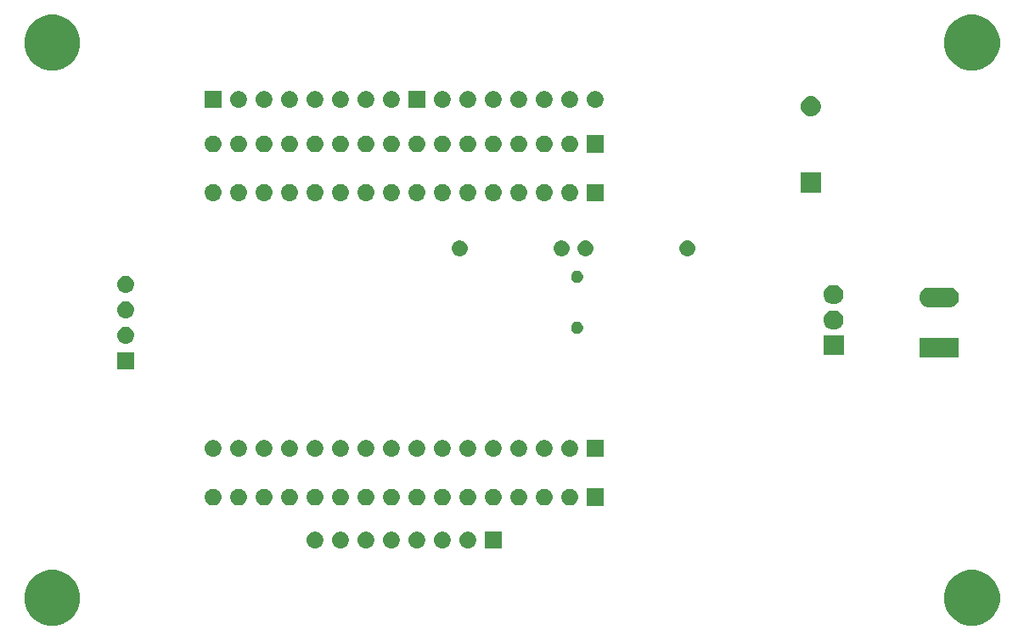
<source format=gbr>
%TF.GenerationSoftware,Flux,Pcbnew,7.0.11-7.0.11~ubuntu20.04.1*%
%TF.CreationDate,2025-03-04T17:49:28+00:00*%
%TF.ProjectId,input,696e7075-742e-46b6-9963-61645f706362,rev?*%
%TF.SameCoordinates,Original*%
%TF.FileFunction,Soldermask,Bot*%
%TF.FilePolarity,Negative*%
%FSLAX46Y46*%
G04 Gerber Fmt 4.6, Leading zero omitted, Abs format (unit mm)*
G04 Filename: balance-board-2*
G04 Build it with Flux! Visit our site at: https://www.flux.ai (PCBNEW 7.0.11-7.0.11~ubuntu20.04.1) date 2025-03-04 17:49:28*
%MOMM*%
%LPD*%
G01*
G04 APERTURE LIST*
G04 APERTURE END LIST*
%TO.C,*%
G36*
X-19164620Y18590369D02*
G01*
X-18972453Y18479422D01*
X-18815550Y18322519D01*
X-18704603Y18130353D01*
X-18647172Y17916020D01*
X-18647172Y17694125D01*
X-18704602Y17479791D01*
X-18815549Y17287625D01*
X-18972452Y17130722D01*
X-19164618Y17019774D01*
X-19378952Y16962343D01*
X-19600846Y16962343D01*
X-19815180Y17019774D01*
X-20007347Y17130721D01*
X-20164250Y17287624D01*
X-20275197Y17479790D01*
X-20332628Y17694123D01*
X-20332628Y17916018D01*
X-20275198Y18130352D01*
X-20164251Y18322518D01*
X-20007348Y18479421D01*
X-19815182Y18590369D01*
X-19600848Y18647800D01*
X-19378954Y18647800D01*
X-19164620Y18590369D01*
G37*
G36*
X-14084620Y18590375D02*
G01*
X-13892453Y18479428D01*
X-13735550Y18322525D01*
X-13624603Y18130358D01*
X-13567172Y17916025D01*
X-13567172Y17694130D01*
X-13624602Y17479797D01*
X-13735549Y17287630D01*
X-13892452Y17130727D01*
X-14084618Y17019779D01*
X-14298952Y16962349D01*
X-14520846Y16962348D01*
X-14735180Y17019779D01*
X-14927347Y17130726D01*
X-15084250Y17287629D01*
X-15195197Y17479795D01*
X-15252628Y17694129D01*
X-15252628Y17916023D01*
X-15195198Y18130357D01*
X-15084251Y18322523D01*
X-14927348Y18479427D01*
X-14735182Y18590374D01*
X-14520848Y18647805D01*
X-14298954Y18647805D01*
X-14084620Y18590375D01*
G37*
G36*
X3695380Y18590393D02*
G01*
X3887547Y18479446D01*
X4044450Y18322543D01*
X4155397Y18130377D01*
X4212828Y17916043D01*
X4212828Y17694148D01*
X4155398Y17479815D01*
X4044451Y17287648D01*
X3887548Y17130745D01*
X3695382Y17019798D01*
X3481048Y16962367D01*
X3259154Y16962367D01*
X3044820Y17019797D01*
X2852653Y17130744D01*
X2695750Y17287647D01*
X2584803Y17479813D01*
X2527372Y17694147D01*
X2527372Y17916041D01*
X2584802Y18130375D01*
X2695749Y18322541D01*
X2852652Y18479445D01*
X3044818Y18590392D01*
X3259152Y18647823D01*
X3481046Y18647823D01*
X3695380Y18590393D01*
G37*
G36*
X-26784620Y18590362D02*
G01*
X-26592453Y18479415D01*
X-26435550Y18322512D01*
X-26324603Y18130345D01*
X-26267172Y17916012D01*
X-26267172Y17694117D01*
X-26324602Y17479784D01*
X-26435549Y17287617D01*
X-26592452Y17130714D01*
X-26784618Y17019766D01*
X-26998952Y16962336D01*
X-27220846Y16962335D01*
X-27435180Y17019766D01*
X-27627347Y17130713D01*
X-27784250Y17287616D01*
X-27895197Y17479782D01*
X-27952628Y17694116D01*
X-27952628Y17916010D01*
X-27895198Y18130344D01*
X-27784251Y18322510D01*
X-27627348Y18479414D01*
X-27435182Y18590361D01*
X-27220848Y18647792D01*
X-26998954Y18647792D01*
X-26784620Y18590362D01*
G37*
G36*
X-1384620Y18590388D02*
G01*
X-1192453Y18479441D01*
X-1035550Y18322538D01*
X-924603Y18130371D01*
X-867172Y17916038D01*
X-867172Y17694143D01*
X-924602Y17479810D01*
X-1035549Y17287643D01*
X-1192452Y17130740D01*
X-1384618Y17019792D01*
X-1598952Y16962362D01*
X-1820846Y16962361D01*
X-2035180Y17019792D01*
X-2227347Y17130739D01*
X-2384250Y17287642D01*
X-2495197Y17479808D01*
X-2552628Y17694142D01*
X-2552628Y17916036D01*
X-2495198Y18130370D01*
X-2384251Y18322536D01*
X-2227348Y18479439D01*
X-2035182Y18590387D01*
X-1820848Y18647818D01*
X-1598954Y18647818D01*
X-1384620Y18590388D01*
G37*
G36*
X6235380Y18590395D02*
G01*
X6427547Y18479448D01*
X6584450Y18322545D01*
X6695397Y18130379D01*
X6752828Y17916046D01*
X6752828Y17694151D01*
X6695398Y17479817D01*
X6584451Y17287651D01*
X6427548Y17130748D01*
X6235382Y17019800D01*
X6021048Y16962369D01*
X5799154Y16962369D01*
X5584820Y17019799D01*
X5392653Y17130747D01*
X5235750Y17287650D01*
X5124803Y17479816D01*
X5067372Y17694149D01*
X5067372Y17916044D01*
X5124802Y18130378D01*
X5235749Y18322544D01*
X5392652Y18479447D01*
X5584818Y18590395D01*
X5799152Y18647825D01*
X6021046Y18647826D01*
X6235380Y18590395D01*
G37*
G36*
X-24244620Y18590364D02*
G01*
X-24052453Y18479417D01*
X-23895550Y18322514D01*
X-23784603Y18130348D01*
X-23727172Y17916014D01*
X-23727172Y17694120D01*
X-23784602Y17479786D01*
X-23895549Y17287620D01*
X-24052452Y17130717D01*
X-24244618Y17019769D01*
X-24458952Y16962338D01*
X-24680846Y16962338D01*
X-24895180Y17019768D01*
X-25087347Y17130715D01*
X-25244250Y17287618D01*
X-25355197Y17479785D01*
X-25412628Y17694118D01*
X-25412628Y17916013D01*
X-25355198Y18130346D01*
X-25244251Y18322513D01*
X-25087348Y18479416D01*
X-24895182Y18590364D01*
X-24680848Y18647794D01*
X-24458954Y18647795D01*
X-24244620Y18590364D01*
G37*
G36*
X-3924620Y18590385D02*
G01*
X-3732453Y18479438D01*
X-3575550Y18322535D01*
X-3464603Y18130369D01*
X-3407172Y17916035D01*
X-3407172Y17694141D01*
X-3464602Y17479807D01*
X-3575549Y17287641D01*
X-3732452Y17130737D01*
X-3924618Y17019790D01*
X-4138952Y16962359D01*
X-4360846Y16962359D01*
X-4575180Y17019789D01*
X-4767347Y17130736D01*
X-4924250Y17287639D01*
X-5035197Y17479805D01*
X-5092628Y17694139D01*
X-5092628Y17916033D01*
X-5035198Y18130367D01*
X-4924251Y18322534D01*
X-4767348Y18479437D01*
X-4575182Y18590384D01*
X-4360848Y18647815D01*
X-4138954Y18647815D01*
X-3924620Y18590385D01*
G37*
G36*
X-21704620Y18590367D02*
G01*
X-21512453Y18479420D01*
X-21355550Y18322517D01*
X-21244603Y18130351D01*
X-21187172Y17916017D01*
X-21187172Y17694123D01*
X-21244602Y17479789D01*
X-21355549Y17287622D01*
X-21512452Y17130719D01*
X-21704618Y17019772D01*
X-21918952Y16962341D01*
X-22140846Y16962341D01*
X-22355180Y17019771D01*
X-22547347Y17130718D01*
X-22704250Y17287621D01*
X-22815197Y17479787D01*
X-22872628Y17694121D01*
X-22872628Y17916015D01*
X-22815198Y18130349D01*
X-22704251Y18322515D01*
X-22547348Y18479419D01*
X-22355182Y18590366D01*
X-22140848Y18647797D01*
X-21918954Y18647797D01*
X-21704620Y18590367D01*
G37*
G36*
X9300101Y16955101D02*
G01*
X7600101Y16955099D01*
X7600099Y18655099D01*
X9300099Y18655101D01*
X9300101Y16955101D01*
G37*
G36*
X-29324620Y18590359D02*
G01*
X-29132453Y18479412D01*
X-28975550Y18322509D01*
X-28864603Y18130343D01*
X-28807172Y17916009D01*
X-28807172Y17694115D01*
X-28864602Y17479781D01*
X-28975549Y17287615D01*
X-29132452Y17130711D01*
X-29324618Y17019764D01*
X-29538952Y16962333D01*
X-29760846Y16962333D01*
X-29975180Y17019763D01*
X-30167347Y17130710D01*
X-30324250Y17287613D01*
X-30435197Y17479779D01*
X-30492628Y17694113D01*
X-30492628Y17916008D01*
X-30435198Y18130341D01*
X-30324251Y18322508D01*
X-30167348Y18479411D01*
X-29975182Y18590358D01*
X-29760848Y18647789D01*
X-29538954Y18647789D01*
X-29324620Y18590359D01*
G37*
G36*
X-9004620Y18590380D02*
G01*
X-8812453Y18479433D01*
X-8655550Y18322530D01*
X-8544603Y18130364D01*
X-8487172Y17916030D01*
X-8487172Y17694135D01*
X-8544602Y17479802D01*
X-8655549Y17287635D01*
X-8812452Y17130732D01*
X-9004618Y17019785D01*
X-9218952Y16962354D01*
X-9440846Y16962354D01*
X-9655180Y17019784D01*
X-9847347Y17130731D01*
X-10004250Y17287634D01*
X-10115197Y17479800D01*
X-10172628Y17694134D01*
X-10172628Y17916028D01*
X-10115198Y18130362D01*
X-10004251Y18322528D01*
X-9847348Y18479432D01*
X-9655182Y18590379D01*
X-9440848Y18647810D01*
X-9218954Y18647810D01*
X-9004620Y18590380D01*
G37*
G36*
X-11544620Y18590377D02*
G01*
X-11352453Y18479430D01*
X-11195550Y18322527D01*
X-11084603Y18130361D01*
X-11027172Y17916027D01*
X-11027172Y17694133D01*
X-11084602Y17479799D01*
X-11195549Y17287633D01*
X-11352452Y17130729D01*
X-11544618Y17019782D01*
X-11758952Y16962351D01*
X-11980846Y16962351D01*
X-12195180Y17019781D01*
X-12387347Y17130728D01*
X-12544250Y17287631D01*
X-12655197Y17479798D01*
X-12712628Y17694131D01*
X-12712628Y17916026D01*
X-12655198Y18130359D01*
X-12544251Y18322526D01*
X-12387348Y18479429D01*
X-12195182Y18590377D01*
X-11980848Y18647807D01*
X-11758954Y18647808D01*
X-11544620Y18590377D01*
G37*
G36*
X-16624620Y18590372D02*
G01*
X-16432453Y18479425D01*
X-16275550Y18322522D01*
X-16164603Y18130356D01*
X-16107172Y17916022D01*
X-16107172Y17694128D01*
X-16164602Y17479794D01*
X-16275549Y17287628D01*
X-16432452Y17130724D01*
X-16624618Y17019777D01*
X-16838952Y16962346D01*
X-17060846Y16962346D01*
X-17275180Y17019776D01*
X-17467347Y17130723D01*
X-17624250Y17287626D01*
X-17735197Y17479792D01*
X-17792628Y17694126D01*
X-17792628Y17916021D01*
X-17735198Y18130354D01*
X-17624251Y18322521D01*
X-17467348Y18479424D01*
X-17275182Y18590371D01*
X-17060848Y18647802D01*
X-16838954Y18647802D01*
X-16624620Y18590372D01*
G37*
G36*
X-6464620Y18590382D02*
G01*
X-6272453Y18479435D01*
X-6115550Y18322532D01*
X-6004603Y18130366D01*
X-5947172Y17916033D01*
X-5947172Y17694138D01*
X-6004602Y17479804D01*
X-6115549Y17287638D01*
X-6272452Y17130735D01*
X-6464618Y17019787D01*
X-6678952Y16962356D01*
X-6900846Y16962356D01*
X-7115180Y17019787D01*
X-7307347Y17130734D01*
X-7464250Y17287637D01*
X-7575197Y17479803D01*
X-7632628Y17694136D01*
X-7632628Y17916031D01*
X-7575198Y18130365D01*
X-7464251Y18322531D01*
X-7307348Y18479434D01*
X-7115182Y18590382D01*
X-6900848Y18647812D01*
X-6678954Y18647813D01*
X-6464620Y18590382D01*
G37*
G36*
X1155380Y18590390D02*
G01*
X1347547Y18479443D01*
X1504450Y18322540D01*
X1615397Y18130374D01*
X1672828Y17916040D01*
X1672828Y17694146D01*
X1615398Y17479812D01*
X1504451Y17287646D01*
X1347548Y17130742D01*
X1155382Y17019795D01*
X941048Y16962364D01*
X719154Y16962364D01*
X504820Y17019794D01*
X312653Y17130741D01*
X155750Y17287644D01*
X44803Y17479811D01*
X-12628Y17694144D01*
X-12628Y17916039D01*
X44802Y18130372D01*
X155749Y18322539D01*
X312652Y18479442D01*
X504818Y18590390D01*
X719152Y18647820D01*
X941046Y18647820D01*
X1155380Y18590390D01*
G37*
G36*
X-19164620Y13757869D02*
G01*
X-18972453Y13646922D01*
X-18815550Y13490019D01*
X-18704603Y13297853D01*
X-18647172Y13083520D01*
X-18647172Y12861625D01*
X-18704602Y12647291D01*
X-18815549Y12455125D01*
X-18972452Y12298222D01*
X-19164618Y12187274D01*
X-19378952Y12129843D01*
X-19600846Y12129843D01*
X-19815180Y12187274D01*
X-20007347Y12298221D01*
X-20164250Y12455124D01*
X-20275197Y12647290D01*
X-20332628Y12861623D01*
X-20332628Y13083518D01*
X-20275198Y13297852D01*
X-20164251Y13490018D01*
X-20007348Y13646921D01*
X-19815182Y13757869D01*
X-19600848Y13815300D01*
X-19378954Y13815300D01*
X-19164620Y13757869D01*
G37*
G36*
X-14084620Y13757875D02*
G01*
X-13892453Y13646928D01*
X-13735550Y13490025D01*
X-13624603Y13297858D01*
X-13567172Y13083525D01*
X-13567172Y12861630D01*
X-13624602Y12647297D01*
X-13735549Y12455130D01*
X-13892452Y12298227D01*
X-14084618Y12187279D01*
X-14298952Y12129849D01*
X-14520846Y12129848D01*
X-14735180Y12187279D01*
X-14927347Y12298226D01*
X-15084250Y12455129D01*
X-15195197Y12647295D01*
X-15252628Y12861629D01*
X-15252628Y13083523D01*
X-15195198Y13297857D01*
X-15084251Y13490023D01*
X-14927348Y13646927D01*
X-14735182Y13757874D01*
X-14520848Y13815305D01*
X-14298954Y13815305D01*
X-14084620Y13757875D01*
G37*
G36*
X3695380Y13757893D02*
G01*
X3887547Y13646946D01*
X4044450Y13490043D01*
X4155397Y13297877D01*
X4212828Y13083543D01*
X4212828Y12861648D01*
X4155398Y12647315D01*
X4044451Y12455148D01*
X3887548Y12298245D01*
X3695382Y12187298D01*
X3481048Y12129867D01*
X3259154Y12129867D01*
X3044820Y12187297D01*
X2852653Y12298244D01*
X2695750Y12455147D01*
X2584803Y12647313D01*
X2527372Y12861647D01*
X2527372Y13083541D01*
X2584802Y13297875D01*
X2695749Y13490041D01*
X2852652Y13646945D01*
X3044818Y13757892D01*
X3259152Y13815323D01*
X3481046Y13815323D01*
X3695380Y13757893D01*
G37*
G36*
X-26784620Y13757862D02*
G01*
X-26592453Y13646915D01*
X-26435550Y13490012D01*
X-26324603Y13297845D01*
X-26267172Y13083512D01*
X-26267172Y12861617D01*
X-26324602Y12647284D01*
X-26435549Y12455117D01*
X-26592452Y12298214D01*
X-26784618Y12187266D01*
X-26998952Y12129836D01*
X-27220846Y12129835D01*
X-27435180Y12187266D01*
X-27627347Y12298213D01*
X-27784250Y12455116D01*
X-27895197Y12647282D01*
X-27952628Y12861616D01*
X-27952628Y13083510D01*
X-27895198Y13297844D01*
X-27784251Y13490010D01*
X-27627348Y13646914D01*
X-27435182Y13757861D01*
X-27220848Y13815292D01*
X-26998954Y13815292D01*
X-26784620Y13757862D01*
G37*
G36*
X-1384620Y13757888D02*
G01*
X-1192453Y13646941D01*
X-1035550Y13490038D01*
X-924603Y13297871D01*
X-867172Y13083538D01*
X-867172Y12861643D01*
X-924602Y12647310D01*
X-1035549Y12455143D01*
X-1192452Y12298240D01*
X-1384618Y12187292D01*
X-1598952Y12129862D01*
X-1820846Y12129861D01*
X-2035180Y12187292D01*
X-2227347Y12298239D01*
X-2384250Y12455142D01*
X-2495197Y12647308D01*
X-2552628Y12861642D01*
X-2552628Y13083536D01*
X-2495198Y13297870D01*
X-2384251Y13490036D01*
X-2227348Y13646939D01*
X-2035182Y13757887D01*
X-1820848Y13815318D01*
X-1598954Y13815318D01*
X-1384620Y13757888D01*
G37*
G36*
X6235380Y13757895D02*
G01*
X6427547Y13646948D01*
X6584450Y13490045D01*
X6695397Y13297879D01*
X6752828Y13083546D01*
X6752828Y12861651D01*
X6695398Y12647317D01*
X6584451Y12455151D01*
X6427548Y12298248D01*
X6235382Y12187300D01*
X6021048Y12129869D01*
X5799154Y12129869D01*
X5584820Y12187299D01*
X5392653Y12298247D01*
X5235750Y12455150D01*
X5124803Y12647316D01*
X5067372Y12861649D01*
X5067372Y13083544D01*
X5124802Y13297878D01*
X5235749Y13490044D01*
X5392652Y13646947D01*
X5584818Y13757895D01*
X5799152Y13815325D01*
X6021046Y13815326D01*
X6235380Y13757895D01*
G37*
G36*
X-24244620Y13757864D02*
G01*
X-24052453Y13646917D01*
X-23895550Y13490014D01*
X-23784603Y13297848D01*
X-23727172Y13083514D01*
X-23727172Y12861620D01*
X-23784602Y12647286D01*
X-23895549Y12455120D01*
X-24052452Y12298217D01*
X-24244618Y12187269D01*
X-24458952Y12129838D01*
X-24680846Y12129838D01*
X-24895180Y12187268D01*
X-25087347Y12298215D01*
X-25244250Y12455118D01*
X-25355197Y12647285D01*
X-25412628Y12861618D01*
X-25412628Y13083513D01*
X-25355198Y13297846D01*
X-25244251Y13490013D01*
X-25087348Y13646916D01*
X-24895182Y13757864D01*
X-24680848Y13815294D01*
X-24458954Y13815295D01*
X-24244620Y13757864D01*
G37*
G36*
X-3924620Y13757885D02*
G01*
X-3732453Y13646938D01*
X-3575550Y13490035D01*
X-3464603Y13297869D01*
X-3407172Y13083535D01*
X-3407172Y12861641D01*
X-3464602Y12647307D01*
X-3575549Y12455141D01*
X-3732452Y12298237D01*
X-3924618Y12187290D01*
X-4138952Y12129859D01*
X-4360846Y12129859D01*
X-4575180Y12187289D01*
X-4767347Y12298236D01*
X-4924250Y12455139D01*
X-5035197Y12647305D01*
X-5092628Y12861639D01*
X-5092628Y13083533D01*
X-5035198Y13297867D01*
X-4924251Y13490034D01*
X-4767348Y13646937D01*
X-4575182Y13757884D01*
X-4360848Y13815315D01*
X-4138954Y13815315D01*
X-3924620Y13757885D01*
G37*
G36*
X-21704620Y13757867D02*
G01*
X-21512453Y13646920D01*
X-21355550Y13490017D01*
X-21244603Y13297851D01*
X-21187172Y13083517D01*
X-21187172Y12861623D01*
X-21244602Y12647289D01*
X-21355549Y12455122D01*
X-21512452Y12298219D01*
X-21704618Y12187272D01*
X-21918952Y12129841D01*
X-22140846Y12129841D01*
X-22355180Y12187271D01*
X-22547347Y12298218D01*
X-22704250Y12455121D01*
X-22815197Y12647287D01*
X-22872628Y12861621D01*
X-22872628Y13083515D01*
X-22815198Y13297849D01*
X-22704251Y13490015D01*
X-22547348Y13646919D01*
X-22355182Y13757866D01*
X-22140848Y13815297D01*
X-21918954Y13815297D01*
X-21704620Y13757867D01*
G37*
G36*
X9300101Y12122601D02*
G01*
X7600101Y12122599D01*
X7600099Y13822599D01*
X9300099Y13822601D01*
X9300101Y12122601D01*
G37*
G36*
X-29324620Y13757859D02*
G01*
X-29132453Y13646912D01*
X-28975550Y13490009D01*
X-28864603Y13297843D01*
X-28807172Y13083509D01*
X-28807172Y12861615D01*
X-28864602Y12647281D01*
X-28975549Y12455115D01*
X-29132452Y12298211D01*
X-29324618Y12187264D01*
X-29538952Y12129833D01*
X-29760846Y12129833D01*
X-29975180Y12187263D01*
X-30167347Y12298210D01*
X-30324250Y12455113D01*
X-30435197Y12647279D01*
X-30492628Y12861613D01*
X-30492628Y13083508D01*
X-30435198Y13297841D01*
X-30324251Y13490008D01*
X-30167348Y13646911D01*
X-29975182Y13757858D01*
X-29760848Y13815289D01*
X-29538954Y13815289D01*
X-29324620Y13757859D01*
G37*
G36*
X-9004620Y13757880D02*
G01*
X-8812453Y13646933D01*
X-8655550Y13490030D01*
X-8544603Y13297864D01*
X-8487172Y13083530D01*
X-8487172Y12861635D01*
X-8544602Y12647302D01*
X-8655549Y12455135D01*
X-8812452Y12298232D01*
X-9004618Y12187285D01*
X-9218952Y12129854D01*
X-9440846Y12129854D01*
X-9655180Y12187284D01*
X-9847347Y12298231D01*
X-10004250Y12455134D01*
X-10115197Y12647300D01*
X-10172628Y12861634D01*
X-10172628Y13083528D01*
X-10115198Y13297862D01*
X-10004251Y13490028D01*
X-9847348Y13646932D01*
X-9655182Y13757879D01*
X-9440848Y13815310D01*
X-9218954Y13815310D01*
X-9004620Y13757880D01*
G37*
G36*
X-11544620Y13757877D02*
G01*
X-11352453Y13646930D01*
X-11195550Y13490027D01*
X-11084603Y13297861D01*
X-11027172Y13083527D01*
X-11027172Y12861633D01*
X-11084602Y12647299D01*
X-11195549Y12455133D01*
X-11352452Y12298229D01*
X-11544618Y12187282D01*
X-11758952Y12129851D01*
X-11980846Y12129851D01*
X-12195180Y12187281D01*
X-12387347Y12298228D01*
X-12544250Y12455131D01*
X-12655197Y12647298D01*
X-12712628Y12861631D01*
X-12712628Y13083526D01*
X-12655198Y13297859D01*
X-12544251Y13490026D01*
X-12387348Y13646929D01*
X-12195182Y13757877D01*
X-11980848Y13815307D01*
X-11758954Y13815308D01*
X-11544620Y13757877D01*
G37*
G36*
X-16624620Y13757872D02*
G01*
X-16432453Y13646925D01*
X-16275550Y13490022D01*
X-16164603Y13297856D01*
X-16107172Y13083522D01*
X-16107172Y12861628D01*
X-16164602Y12647294D01*
X-16275549Y12455128D01*
X-16432452Y12298224D01*
X-16624618Y12187277D01*
X-16838952Y12129846D01*
X-17060846Y12129846D01*
X-17275180Y12187276D01*
X-17467347Y12298223D01*
X-17624250Y12455126D01*
X-17735197Y12647292D01*
X-17792628Y12861626D01*
X-17792628Y13083521D01*
X-17735198Y13297854D01*
X-17624251Y13490021D01*
X-17467348Y13646924D01*
X-17275182Y13757871D01*
X-17060848Y13815302D01*
X-16838954Y13815302D01*
X-16624620Y13757872D01*
G37*
G36*
X-6464620Y13757882D02*
G01*
X-6272453Y13646935D01*
X-6115550Y13490032D01*
X-6004603Y13297866D01*
X-5947172Y13083533D01*
X-5947172Y12861638D01*
X-6004602Y12647304D01*
X-6115549Y12455138D01*
X-6272452Y12298235D01*
X-6464618Y12187287D01*
X-6678952Y12129856D01*
X-6900846Y12129856D01*
X-7115180Y12187287D01*
X-7307347Y12298234D01*
X-7464250Y12455137D01*
X-7575197Y12647303D01*
X-7632628Y12861636D01*
X-7632628Y13083531D01*
X-7575198Y13297865D01*
X-7464251Y13490031D01*
X-7307348Y13646934D01*
X-7115182Y13757882D01*
X-6900848Y13815312D01*
X-6678954Y13815313D01*
X-6464620Y13757882D01*
G37*
G36*
X1155380Y13757890D02*
G01*
X1347547Y13646943D01*
X1504450Y13490040D01*
X1615397Y13297874D01*
X1672828Y13083540D01*
X1672828Y12861646D01*
X1615398Y12647312D01*
X1504451Y12455146D01*
X1347548Y12298242D01*
X1155382Y12187295D01*
X941048Y12129864D01*
X719154Y12129864D01*
X504820Y12187294D01*
X312653Y12298241D01*
X155750Y12455144D01*
X44803Y12647311D01*
X-12628Y12861644D01*
X-12628Y13083539D01*
X44802Y13297872D01*
X155749Y13490039D01*
X312652Y13646942D01*
X504818Y13757890D01*
X719152Y13815320D01*
X941046Y13815320D01*
X1155380Y13757890D01*
G37*
G36*
X-19164620Y-16633431D02*
G01*
X-18972453Y-16744378D01*
X-18815550Y-16901281D01*
X-18704603Y-17093447D01*
X-18647172Y-17307780D01*
X-18647172Y-17529675D01*
X-18704602Y-17744009D01*
X-18815549Y-17936175D01*
X-18972452Y-18093078D01*
X-19164618Y-18204026D01*
X-19378952Y-18261457D01*
X-19600846Y-18261457D01*
X-19815180Y-18204026D01*
X-20007347Y-18093079D01*
X-20164250Y-17936176D01*
X-20275197Y-17744010D01*
X-20332628Y-17529677D01*
X-20332628Y-17307782D01*
X-20275198Y-17093448D01*
X-20164251Y-16901282D01*
X-20007348Y-16744379D01*
X-19815182Y-16633431D01*
X-19600848Y-16576000D01*
X-19378954Y-16576000D01*
X-19164620Y-16633431D01*
G37*
G36*
X-14084620Y-16633425D02*
G01*
X-13892453Y-16744372D01*
X-13735550Y-16901275D01*
X-13624603Y-17093442D01*
X-13567172Y-17307775D01*
X-13567172Y-17529670D01*
X-13624602Y-17744003D01*
X-13735549Y-17936170D01*
X-13892452Y-18093073D01*
X-14084618Y-18204021D01*
X-14298952Y-18261451D01*
X-14520846Y-18261452D01*
X-14735180Y-18204021D01*
X-14927347Y-18093074D01*
X-15084250Y-17936171D01*
X-15195197Y-17744005D01*
X-15252628Y-17529671D01*
X-15252628Y-17307777D01*
X-15195198Y-17093443D01*
X-15084251Y-16901277D01*
X-14927348Y-16744373D01*
X-14735182Y-16633426D01*
X-14520848Y-16575995D01*
X-14298954Y-16575995D01*
X-14084620Y-16633425D01*
G37*
G36*
X3695380Y-16633407D02*
G01*
X3887547Y-16744354D01*
X4044450Y-16901257D01*
X4155397Y-17093423D01*
X4212828Y-17307757D01*
X4212828Y-17529652D01*
X4155398Y-17743985D01*
X4044451Y-17936152D01*
X3887548Y-18093055D01*
X3695382Y-18204002D01*
X3481048Y-18261433D01*
X3259154Y-18261433D01*
X3044820Y-18204003D01*
X2852653Y-18093056D01*
X2695750Y-17936153D01*
X2584803Y-17743987D01*
X2527372Y-17529653D01*
X2527372Y-17307759D01*
X2584802Y-17093425D01*
X2695749Y-16901259D01*
X2852652Y-16744355D01*
X3044818Y-16633408D01*
X3259152Y-16575977D01*
X3481046Y-16575977D01*
X3695380Y-16633407D01*
G37*
G36*
X-26784620Y-16633438D02*
G01*
X-26592453Y-16744385D01*
X-26435550Y-16901288D01*
X-26324603Y-17093455D01*
X-26267172Y-17307788D01*
X-26267172Y-17529683D01*
X-26324602Y-17744016D01*
X-26435549Y-17936183D01*
X-26592452Y-18093086D01*
X-26784618Y-18204034D01*
X-26998952Y-18261464D01*
X-27220846Y-18261465D01*
X-27435180Y-18204034D01*
X-27627347Y-18093087D01*
X-27784250Y-17936184D01*
X-27895197Y-17744018D01*
X-27952628Y-17529684D01*
X-27952628Y-17307790D01*
X-27895198Y-17093456D01*
X-27784251Y-16901290D01*
X-27627348Y-16744386D01*
X-27435182Y-16633439D01*
X-27220848Y-16576008D01*
X-26998954Y-16576008D01*
X-26784620Y-16633438D01*
G37*
G36*
X-1384620Y-16633412D02*
G01*
X-1192453Y-16744359D01*
X-1035550Y-16901262D01*
X-924603Y-17093429D01*
X-867172Y-17307762D01*
X-867172Y-17529657D01*
X-924602Y-17743990D01*
X-1035549Y-17936157D01*
X-1192452Y-18093060D01*
X-1384618Y-18204008D01*
X-1598952Y-18261438D01*
X-1820846Y-18261439D01*
X-2035180Y-18204008D01*
X-2227347Y-18093061D01*
X-2384250Y-17936158D01*
X-2495197Y-17743992D01*
X-2552628Y-17529658D01*
X-2552628Y-17307764D01*
X-2495198Y-17093430D01*
X-2384251Y-16901264D01*
X-2227348Y-16744361D01*
X-2035182Y-16633413D01*
X-1820848Y-16575982D01*
X-1598954Y-16575982D01*
X-1384620Y-16633412D01*
G37*
G36*
X6235380Y-16633405D02*
G01*
X6427547Y-16744352D01*
X6584450Y-16901255D01*
X6695397Y-17093421D01*
X6752828Y-17307754D01*
X6752828Y-17529649D01*
X6695398Y-17743983D01*
X6584451Y-17936149D01*
X6427548Y-18093052D01*
X6235382Y-18204000D01*
X6021048Y-18261431D01*
X5799154Y-18261431D01*
X5584820Y-18204001D01*
X5392653Y-18093053D01*
X5235750Y-17936150D01*
X5124803Y-17743984D01*
X5067372Y-17529651D01*
X5067372Y-17307756D01*
X5124802Y-17093422D01*
X5235749Y-16901256D01*
X5392652Y-16744353D01*
X5584818Y-16633405D01*
X5799152Y-16575975D01*
X6021046Y-16575974D01*
X6235380Y-16633405D01*
G37*
G36*
X-24244620Y-16633436D02*
G01*
X-24052453Y-16744383D01*
X-23895550Y-16901286D01*
X-23784603Y-17093452D01*
X-23727172Y-17307786D01*
X-23727172Y-17529680D01*
X-23784602Y-17744014D01*
X-23895549Y-17936180D01*
X-24052452Y-18093083D01*
X-24244618Y-18204031D01*
X-24458952Y-18261462D01*
X-24680846Y-18261462D01*
X-24895180Y-18204032D01*
X-25087347Y-18093085D01*
X-25244250Y-17936182D01*
X-25355197Y-17744015D01*
X-25412628Y-17529682D01*
X-25412628Y-17307787D01*
X-25355198Y-17093454D01*
X-25244251Y-16901287D01*
X-25087348Y-16744384D01*
X-24895182Y-16633436D01*
X-24680848Y-16576006D01*
X-24458954Y-16576005D01*
X-24244620Y-16633436D01*
G37*
G36*
X-3924620Y-16633415D02*
G01*
X-3732453Y-16744362D01*
X-3575550Y-16901265D01*
X-3464603Y-17093431D01*
X-3407172Y-17307765D01*
X-3407172Y-17529659D01*
X-3464602Y-17743993D01*
X-3575549Y-17936159D01*
X-3732452Y-18093063D01*
X-3924618Y-18204010D01*
X-4138952Y-18261441D01*
X-4360846Y-18261441D01*
X-4575180Y-18204011D01*
X-4767347Y-18093064D01*
X-4924250Y-17936161D01*
X-5035197Y-17743995D01*
X-5092628Y-17529661D01*
X-5092628Y-17307767D01*
X-5035198Y-17093433D01*
X-4924251Y-16901266D01*
X-4767348Y-16744363D01*
X-4575182Y-16633416D01*
X-4360848Y-16575985D01*
X-4138954Y-16575985D01*
X-3924620Y-16633415D01*
G37*
G36*
X-21704620Y-16633433D02*
G01*
X-21512453Y-16744380D01*
X-21355550Y-16901283D01*
X-21244603Y-17093449D01*
X-21187172Y-17307783D01*
X-21187172Y-17529677D01*
X-21244602Y-17744011D01*
X-21355549Y-17936178D01*
X-21512452Y-18093081D01*
X-21704618Y-18204028D01*
X-21918952Y-18261459D01*
X-22140846Y-18261459D01*
X-22355180Y-18204029D01*
X-22547347Y-18093082D01*
X-22704250Y-17936179D01*
X-22815197Y-17744013D01*
X-22872628Y-17529679D01*
X-22872628Y-17307785D01*
X-22815198Y-17093451D01*
X-22704251Y-16901285D01*
X-22547348Y-16744381D01*
X-22355182Y-16633434D01*
X-22140848Y-16576003D01*
X-21918954Y-16576003D01*
X-21704620Y-16633433D01*
G37*
G36*
X9300101Y-18268699D02*
G01*
X7600101Y-18268701D01*
X7600099Y-16568701D01*
X9300099Y-16568699D01*
X9300101Y-18268699D01*
G37*
G36*
X-29324620Y-16633441D02*
G01*
X-29132453Y-16744388D01*
X-28975550Y-16901291D01*
X-28864603Y-17093457D01*
X-28807172Y-17307791D01*
X-28807172Y-17529685D01*
X-28864602Y-17744019D01*
X-28975549Y-17936185D01*
X-29132452Y-18093089D01*
X-29324618Y-18204036D01*
X-29538952Y-18261467D01*
X-29760846Y-18261467D01*
X-29975180Y-18204037D01*
X-30167347Y-18093090D01*
X-30324250Y-17936187D01*
X-30435197Y-17744021D01*
X-30492628Y-17529687D01*
X-30492628Y-17307792D01*
X-30435198Y-17093459D01*
X-30324251Y-16901292D01*
X-30167348Y-16744389D01*
X-29975182Y-16633442D01*
X-29760848Y-16576011D01*
X-29538954Y-16576011D01*
X-29324620Y-16633441D01*
G37*
G36*
X-9004620Y-16633420D02*
G01*
X-8812453Y-16744367D01*
X-8655550Y-16901270D01*
X-8544603Y-17093436D01*
X-8487172Y-17307770D01*
X-8487172Y-17529665D01*
X-8544602Y-17743998D01*
X-8655549Y-17936165D01*
X-8812452Y-18093068D01*
X-9004618Y-18204015D01*
X-9218952Y-18261446D01*
X-9440846Y-18261446D01*
X-9655180Y-18204016D01*
X-9847347Y-18093069D01*
X-10004250Y-17936166D01*
X-10115197Y-17744000D01*
X-10172628Y-17529666D01*
X-10172628Y-17307772D01*
X-10115198Y-17093438D01*
X-10004251Y-16901272D01*
X-9847348Y-16744368D01*
X-9655182Y-16633421D01*
X-9440848Y-16575990D01*
X-9218954Y-16575990D01*
X-9004620Y-16633420D01*
G37*
G36*
X-11544620Y-16633423D02*
G01*
X-11352453Y-16744370D01*
X-11195550Y-16901273D01*
X-11084603Y-17093439D01*
X-11027172Y-17307773D01*
X-11027172Y-17529667D01*
X-11084602Y-17744001D01*
X-11195549Y-17936167D01*
X-11352452Y-18093071D01*
X-11544618Y-18204018D01*
X-11758952Y-18261449D01*
X-11980846Y-18261449D01*
X-12195180Y-18204019D01*
X-12387347Y-18093072D01*
X-12544250Y-17936169D01*
X-12655197Y-17744002D01*
X-12712628Y-17529669D01*
X-12712628Y-17307774D01*
X-12655198Y-17093441D01*
X-12544251Y-16901274D01*
X-12387348Y-16744371D01*
X-12195182Y-16633423D01*
X-11980848Y-16575993D01*
X-11758954Y-16575992D01*
X-11544620Y-16633423D01*
G37*
G36*
X-16624620Y-16633428D02*
G01*
X-16432453Y-16744375D01*
X-16275550Y-16901278D01*
X-16164603Y-17093444D01*
X-16107172Y-17307778D01*
X-16107172Y-17529672D01*
X-16164602Y-17744006D01*
X-16275549Y-17936172D01*
X-16432452Y-18093076D01*
X-16624618Y-18204023D01*
X-16838952Y-18261454D01*
X-17060846Y-18261454D01*
X-17275180Y-18204024D01*
X-17467347Y-18093077D01*
X-17624250Y-17936174D01*
X-17735197Y-17744008D01*
X-17792628Y-17529674D01*
X-17792628Y-17307779D01*
X-17735198Y-17093446D01*
X-17624251Y-16901279D01*
X-17467348Y-16744376D01*
X-17275182Y-16633429D01*
X-17060848Y-16575998D01*
X-16838954Y-16575998D01*
X-16624620Y-16633428D01*
G37*
G36*
X-6464620Y-16633418D02*
G01*
X-6272453Y-16744365D01*
X-6115550Y-16901268D01*
X-6004603Y-17093434D01*
X-5947172Y-17307767D01*
X-5947172Y-17529662D01*
X-6004602Y-17743996D01*
X-6115549Y-17936162D01*
X-6272452Y-18093065D01*
X-6464618Y-18204013D01*
X-6678952Y-18261444D01*
X-6900846Y-18261444D01*
X-7115180Y-18204013D01*
X-7307347Y-18093066D01*
X-7464250Y-17936163D01*
X-7575197Y-17743997D01*
X-7632628Y-17529664D01*
X-7632628Y-17307769D01*
X-7575198Y-17093435D01*
X-7464251Y-16901269D01*
X-7307348Y-16744366D01*
X-7115182Y-16633418D01*
X-6900848Y-16575988D01*
X-6678954Y-16575987D01*
X-6464620Y-16633418D01*
G37*
G36*
X1155380Y-16633410D02*
G01*
X1347547Y-16744357D01*
X1504450Y-16901260D01*
X1615397Y-17093426D01*
X1672828Y-17307760D01*
X1672828Y-17529654D01*
X1615398Y-17743988D01*
X1504451Y-17936154D01*
X1347548Y-18093058D01*
X1155382Y-18204005D01*
X941048Y-18261436D01*
X719154Y-18261436D01*
X504820Y-18204006D01*
X312653Y-18093059D01*
X155750Y-17936156D01*
X44803Y-17743989D01*
X-12628Y-17529656D01*
X-12628Y-17307761D01*
X44802Y-17093428D01*
X155749Y-16901261D01*
X312652Y-16744358D01*
X504818Y-16633410D01*
X719152Y-16575980D01*
X941046Y-16575980D01*
X1155380Y-16633410D01*
G37*
G36*
X-19164620Y-11766331D02*
G01*
X-18972453Y-11877278D01*
X-18815550Y-12034181D01*
X-18704603Y-12226347D01*
X-18647172Y-12440680D01*
X-18647172Y-12662575D01*
X-18704602Y-12876909D01*
X-18815549Y-13069075D01*
X-18972452Y-13225978D01*
X-19164618Y-13336926D01*
X-19378952Y-13394357D01*
X-19600846Y-13394357D01*
X-19815180Y-13336926D01*
X-20007347Y-13225979D01*
X-20164250Y-13069076D01*
X-20275197Y-12876910D01*
X-20332628Y-12662577D01*
X-20332628Y-12440682D01*
X-20275198Y-12226348D01*
X-20164251Y-12034182D01*
X-20007348Y-11877279D01*
X-19815182Y-11766331D01*
X-19600848Y-11708900D01*
X-19378954Y-11708900D01*
X-19164620Y-11766331D01*
G37*
G36*
X-14084620Y-11766325D02*
G01*
X-13892453Y-11877272D01*
X-13735550Y-12034175D01*
X-13624603Y-12226342D01*
X-13567172Y-12440675D01*
X-13567172Y-12662570D01*
X-13624602Y-12876903D01*
X-13735549Y-13069070D01*
X-13892452Y-13225973D01*
X-14084618Y-13336921D01*
X-14298952Y-13394351D01*
X-14520846Y-13394352D01*
X-14735180Y-13336921D01*
X-14927347Y-13225974D01*
X-15084250Y-13069071D01*
X-15195197Y-12876905D01*
X-15252628Y-12662571D01*
X-15252628Y-12440677D01*
X-15195198Y-12226343D01*
X-15084251Y-12034177D01*
X-14927348Y-11877273D01*
X-14735182Y-11766326D01*
X-14520848Y-11708895D01*
X-14298954Y-11708895D01*
X-14084620Y-11766325D01*
G37*
G36*
X3695380Y-11766307D02*
G01*
X3887547Y-11877254D01*
X4044450Y-12034157D01*
X4155397Y-12226323D01*
X4212828Y-12440657D01*
X4212828Y-12662552D01*
X4155398Y-12876885D01*
X4044451Y-13069052D01*
X3887548Y-13225955D01*
X3695382Y-13336902D01*
X3481048Y-13394333D01*
X3259154Y-13394333D01*
X3044820Y-13336903D01*
X2852653Y-13225956D01*
X2695750Y-13069053D01*
X2584803Y-12876887D01*
X2527372Y-12662553D01*
X2527372Y-12440659D01*
X2584802Y-12226325D01*
X2695749Y-12034159D01*
X2852652Y-11877255D01*
X3044818Y-11766308D01*
X3259152Y-11708877D01*
X3481046Y-11708877D01*
X3695380Y-11766307D01*
G37*
G36*
X-26784620Y-11766338D02*
G01*
X-26592453Y-11877285D01*
X-26435550Y-12034188D01*
X-26324603Y-12226355D01*
X-26267172Y-12440688D01*
X-26267172Y-12662583D01*
X-26324602Y-12876916D01*
X-26435549Y-13069083D01*
X-26592452Y-13225986D01*
X-26784618Y-13336934D01*
X-26998952Y-13394364D01*
X-27220846Y-13394365D01*
X-27435180Y-13336934D01*
X-27627347Y-13225987D01*
X-27784250Y-13069084D01*
X-27895197Y-12876918D01*
X-27952628Y-12662584D01*
X-27952628Y-12440690D01*
X-27895198Y-12226356D01*
X-27784251Y-12034190D01*
X-27627348Y-11877286D01*
X-27435182Y-11766339D01*
X-27220848Y-11708908D01*
X-26998954Y-11708908D01*
X-26784620Y-11766338D01*
G37*
G36*
X-1384620Y-11766312D02*
G01*
X-1192453Y-11877259D01*
X-1035550Y-12034162D01*
X-924603Y-12226329D01*
X-867172Y-12440662D01*
X-867172Y-12662557D01*
X-924602Y-12876890D01*
X-1035549Y-13069057D01*
X-1192452Y-13225960D01*
X-1384618Y-13336908D01*
X-1598952Y-13394338D01*
X-1820846Y-13394339D01*
X-2035180Y-13336908D01*
X-2227347Y-13225961D01*
X-2384250Y-13069058D01*
X-2495197Y-12876892D01*
X-2552628Y-12662558D01*
X-2552628Y-12440664D01*
X-2495198Y-12226330D01*
X-2384251Y-12034164D01*
X-2227348Y-11877261D01*
X-2035182Y-11766313D01*
X-1820848Y-11708882D01*
X-1598954Y-11708882D01*
X-1384620Y-11766312D01*
G37*
G36*
X6235380Y-11766305D02*
G01*
X6427547Y-11877252D01*
X6584450Y-12034155D01*
X6695397Y-12226321D01*
X6752828Y-12440654D01*
X6752828Y-12662549D01*
X6695398Y-12876883D01*
X6584451Y-13069049D01*
X6427548Y-13225952D01*
X6235382Y-13336900D01*
X6021048Y-13394331D01*
X5799154Y-13394331D01*
X5584820Y-13336901D01*
X5392653Y-13225953D01*
X5235750Y-13069050D01*
X5124803Y-12876884D01*
X5067372Y-12662551D01*
X5067372Y-12440656D01*
X5124802Y-12226322D01*
X5235749Y-12034156D01*
X5392652Y-11877253D01*
X5584818Y-11766305D01*
X5799152Y-11708875D01*
X6021046Y-11708874D01*
X6235380Y-11766305D01*
G37*
G36*
X-24244620Y-11766336D02*
G01*
X-24052453Y-11877283D01*
X-23895550Y-12034186D01*
X-23784603Y-12226352D01*
X-23727172Y-12440686D01*
X-23727172Y-12662580D01*
X-23784602Y-12876914D01*
X-23895549Y-13069080D01*
X-24052452Y-13225983D01*
X-24244618Y-13336931D01*
X-24458952Y-13394362D01*
X-24680846Y-13394362D01*
X-24895180Y-13336932D01*
X-25087347Y-13225985D01*
X-25244250Y-13069082D01*
X-25355197Y-12876915D01*
X-25412628Y-12662582D01*
X-25412628Y-12440687D01*
X-25355198Y-12226354D01*
X-25244251Y-12034187D01*
X-25087348Y-11877284D01*
X-24895182Y-11766336D01*
X-24680848Y-11708906D01*
X-24458954Y-11708905D01*
X-24244620Y-11766336D01*
G37*
G36*
X-3924620Y-11766315D02*
G01*
X-3732453Y-11877262D01*
X-3575550Y-12034165D01*
X-3464603Y-12226331D01*
X-3407172Y-12440665D01*
X-3407172Y-12662559D01*
X-3464602Y-12876893D01*
X-3575549Y-13069059D01*
X-3732452Y-13225963D01*
X-3924618Y-13336910D01*
X-4138952Y-13394341D01*
X-4360846Y-13394341D01*
X-4575180Y-13336911D01*
X-4767347Y-13225964D01*
X-4924250Y-13069061D01*
X-5035197Y-12876895D01*
X-5092628Y-12662561D01*
X-5092628Y-12440667D01*
X-5035198Y-12226333D01*
X-4924251Y-12034166D01*
X-4767348Y-11877263D01*
X-4575182Y-11766316D01*
X-4360848Y-11708885D01*
X-4138954Y-11708885D01*
X-3924620Y-11766315D01*
G37*
G36*
X-21704620Y-11766333D02*
G01*
X-21512453Y-11877280D01*
X-21355550Y-12034183D01*
X-21244603Y-12226349D01*
X-21187172Y-12440683D01*
X-21187172Y-12662577D01*
X-21244602Y-12876911D01*
X-21355549Y-13069078D01*
X-21512452Y-13225981D01*
X-21704618Y-13336928D01*
X-21918952Y-13394359D01*
X-22140846Y-13394359D01*
X-22355180Y-13336929D01*
X-22547347Y-13225982D01*
X-22704250Y-13069079D01*
X-22815197Y-12876913D01*
X-22872628Y-12662579D01*
X-22872628Y-12440685D01*
X-22815198Y-12226351D01*
X-22704251Y-12034185D01*
X-22547348Y-11877281D01*
X-22355182Y-11766334D01*
X-22140848Y-11708903D01*
X-21918954Y-11708903D01*
X-21704620Y-11766333D01*
G37*
G36*
X9300101Y-13401599D02*
G01*
X7600101Y-13401601D01*
X7600099Y-11701601D01*
X9300099Y-11701599D01*
X9300101Y-13401599D01*
G37*
G36*
X-29324620Y-11766341D02*
G01*
X-29132453Y-11877288D01*
X-28975550Y-12034191D01*
X-28864603Y-12226357D01*
X-28807172Y-12440691D01*
X-28807172Y-12662585D01*
X-28864602Y-12876919D01*
X-28975549Y-13069085D01*
X-29132452Y-13225989D01*
X-29324618Y-13336936D01*
X-29538952Y-13394367D01*
X-29760846Y-13394367D01*
X-29975180Y-13336937D01*
X-30167347Y-13225990D01*
X-30324250Y-13069087D01*
X-30435197Y-12876921D01*
X-30492628Y-12662587D01*
X-30492628Y-12440692D01*
X-30435198Y-12226359D01*
X-30324251Y-12034192D01*
X-30167348Y-11877289D01*
X-29975182Y-11766342D01*
X-29760848Y-11708911D01*
X-29538954Y-11708911D01*
X-29324620Y-11766341D01*
G37*
G36*
X-9004620Y-11766320D02*
G01*
X-8812453Y-11877267D01*
X-8655550Y-12034170D01*
X-8544603Y-12226336D01*
X-8487172Y-12440670D01*
X-8487172Y-12662565D01*
X-8544602Y-12876898D01*
X-8655549Y-13069065D01*
X-8812452Y-13225968D01*
X-9004618Y-13336915D01*
X-9218952Y-13394346D01*
X-9440846Y-13394346D01*
X-9655180Y-13336916D01*
X-9847347Y-13225969D01*
X-10004250Y-13069066D01*
X-10115197Y-12876900D01*
X-10172628Y-12662566D01*
X-10172628Y-12440672D01*
X-10115198Y-12226338D01*
X-10004251Y-12034172D01*
X-9847348Y-11877268D01*
X-9655182Y-11766321D01*
X-9440848Y-11708890D01*
X-9218954Y-11708890D01*
X-9004620Y-11766320D01*
G37*
G36*
X-11544620Y-11766323D02*
G01*
X-11352453Y-11877270D01*
X-11195550Y-12034173D01*
X-11084603Y-12226339D01*
X-11027172Y-12440673D01*
X-11027172Y-12662567D01*
X-11084602Y-12876901D01*
X-11195549Y-13069067D01*
X-11352452Y-13225971D01*
X-11544618Y-13336918D01*
X-11758952Y-13394349D01*
X-11980846Y-13394349D01*
X-12195180Y-13336919D01*
X-12387347Y-13225972D01*
X-12544250Y-13069069D01*
X-12655197Y-12876902D01*
X-12712628Y-12662569D01*
X-12712628Y-12440674D01*
X-12655198Y-12226341D01*
X-12544251Y-12034174D01*
X-12387348Y-11877271D01*
X-12195182Y-11766323D01*
X-11980848Y-11708893D01*
X-11758954Y-11708892D01*
X-11544620Y-11766323D01*
G37*
G36*
X-16624620Y-11766328D02*
G01*
X-16432453Y-11877275D01*
X-16275550Y-12034178D01*
X-16164603Y-12226344D01*
X-16107172Y-12440678D01*
X-16107172Y-12662572D01*
X-16164602Y-12876906D01*
X-16275549Y-13069072D01*
X-16432452Y-13225976D01*
X-16624618Y-13336923D01*
X-16838952Y-13394354D01*
X-17060846Y-13394354D01*
X-17275180Y-13336924D01*
X-17467347Y-13225977D01*
X-17624250Y-13069074D01*
X-17735197Y-12876908D01*
X-17792628Y-12662574D01*
X-17792628Y-12440679D01*
X-17735198Y-12226346D01*
X-17624251Y-12034179D01*
X-17467348Y-11877276D01*
X-17275182Y-11766329D01*
X-17060848Y-11708898D01*
X-16838954Y-11708898D01*
X-16624620Y-11766328D01*
G37*
G36*
X-6464620Y-11766318D02*
G01*
X-6272453Y-11877265D01*
X-6115550Y-12034168D01*
X-6004603Y-12226334D01*
X-5947172Y-12440667D01*
X-5947172Y-12662562D01*
X-6004602Y-12876896D01*
X-6115549Y-13069062D01*
X-6272452Y-13225965D01*
X-6464618Y-13336913D01*
X-6678952Y-13394344D01*
X-6900846Y-13394344D01*
X-7115180Y-13336913D01*
X-7307347Y-13225966D01*
X-7464250Y-13069063D01*
X-7575197Y-12876897D01*
X-7632628Y-12662564D01*
X-7632628Y-12440669D01*
X-7575198Y-12226335D01*
X-7464251Y-12034169D01*
X-7307348Y-11877266D01*
X-7115182Y-11766318D01*
X-6900848Y-11708888D01*
X-6678954Y-11708887D01*
X-6464620Y-11766318D01*
G37*
G36*
X1155380Y-11766310D02*
G01*
X1347547Y-11877257D01*
X1504450Y-12034160D01*
X1615397Y-12226326D01*
X1672828Y-12440660D01*
X1672828Y-12662554D01*
X1615398Y-12876888D01*
X1504451Y-13069054D01*
X1347548Y-13225958D01*
X1155382Y-13336905D01*
X941048Y-13394336D01*
X719154Y-13394336D01*
X504820Y-13336906D01*
X312653Y-13225959D01*
X155750Y-13069056D01*
X44803Y-12876889D01*
X-12628Y-12662556D01*
X-12628Y-12440661D01*
X44802Y-12226328D01*
X155749Y-12034161D01*
X312652Y-11877258D01*
X504818Y-11766310D01*
X719152Y-11708880D01*
X941046Y-11708880D01*
X1155380Y-11766310D01*
G37*
G36*
X-11544720Y-20913812D02*
G01*
X-11352553Y-21024759D01*
X-11195650Y-21181662D01*
X-11084703Y-21373829D01*
X-11027272Y-21588162D01*
X-11027272Y-21810057D01*
X-11084702Y-22024390D01*
X-11195649Y-22216557D01*
X-11352552Y-22373460D01*
X-11544718Y-22484408D01*
X-11759052Y-22541838D01*
X-11980946Y-22541839D01*
X-12195280Y-22484408D01*
X-12387447Y-22373461D01*
X-12544350Y-22216558D01*
X-12655297Y-22024392D01*
X-12712728Y-21810058D01*
X-12712728Y-21588164D01*
X-12655298Y-21373830D01*
X-12544351Y-21181664D01*
X-12387448Y-21024761D01*
X-12195282Y-20913813D01*
X-11980948Y-20856382D01*
X-11759054Y-20856382D01*
X-11544720Y-20913812D01*
G37*
G36*
X-16624720Y-20913818D02*
G01*
X-16432553Y-21024765D01*
X-16275650Y-21181668D01*
X-16164703Y-21373834D01*
X-16107272Y-21588167D01*
X-16107272Y-21810062D01*
X-16164702Y-22024396D01*
X-16275649Y-22216562D01*
X-16432552Y-22373465D01*
X-16624718Y-22484413D01*
X-16839052Y-22541844D01*
X-17060946Y-22541844D01*
X-17275280Y-22484413D01*
X-17467447Y-22373466D01*
X-17624350Y-22216563D01*
X-17735297Y-22024397D01*
X-17792728Y-21810064D01*
X-17792728Y-21588169D01*
X-17735298Y-21373835D01*
X-17624351Y-21181669D01*
X-17467448Y-21024766D01*
X-17275282Y-20913818D01*
X-17060948Y-20856388D01*
X-16839054Y-20856387D01*
X-16624720Y-20913818D01*
G37*
G36*
X-3924720Y-20913805D02*
G01*
X-3732553Y-21024752D01*
X-3575650Y-21181655D01*
X-3464703Y-21373821D01*
X-3407272Y-21588154D01*
X-3407272Y-21810049D01*
X-3464702Y-22024383D01*
X-3575649Y-22216549D01*
X-3732552Y-22373452D01*
X-3924718Y-22484400D01*
X-4139052Y-22541831D01*
X-4360946Y-22541831D01*
X-4575280Y-22484401D01*
X-4767447Y-22373453D01*
X-4924350Y-22216550D01*
X-5035297Y-22024384D01*
X-5092728Y-21810051D01*
X-5092728Y-21588156D01*
X-5035298Y-21373822D01*
X-4924351Y-21181656D01*
X-4767448Y-21024753D01*
X-4575282Y-20913805D01*
X-4360948Y-20856375D01*
X-4139054Y-20856374D01*
X-3924720Y-20913805D01*
G37*
G36*
X-19164720Y-20913820D02*
G01*
X-18972553Y-21024767D01*
X-18815650Y-21181670D01*
X-18704703Y-21373836D01*
X-18647272Y-21588170D01*
X-18647272Y-21810065D01*
X-18704702Y-22024398D01*
X-18815649Y-22216565D01*
X-18972552Y-22373468D01*
X-19164718Y-22484415D01*
X-19379052Y-22541846D01*
X-19600946Y-22541846D01*
X-19815280Y-22484416D01*
X-20007447Y-22373469D01*
X-20164350Y-22216566D01*
X-20275297Y-22024400D01*
X-20332728Y-21810066D01*
X-20332728Y-21588172D01*
X-20275298Y-21373838D01*
X-20164351Y-21181672D01*
X-20007448Y-21024768D01*
X-19815282Y-20913821D01*
X-19600948Y-20856390D01*
X-19379054Y-20856390D01*
X-19164720Y-20913820D01*
G37*
G36*
X-6464720Y-20913807D02*
G01*
X-6272553Y-21024754D01*
X-6115650Y-21181657D01*
X-6004703Y-21373823D01*
X-5947272Y-21588157D01*
X-5947272Y-21810052D01*
X-6004702Y-22024385D01*
X-6115649Y-22216552D01*
X-6272552Y-22373455D01*
X-6464718Y-22484402D01*
X-6679052Y-22541833D01*
X-6900946Y-22541833D01*
X-7115280Y-22484403D01*
X-7307447Y-22373456D01*
X-7464350Y-22216553D01*
X-7575297Y-22024387D01*
X-7632728Y-21810053D01*
X-7632728Y-21588159D01*
X-7575298Y-21373825D01*
X-7464351Y-21181659D01*
X-7307448Y-21024755D01*
X-7115282Y-20913808D01*
X-6900948Y-20856377D01*
X-6679054Y-20856377D01*
X-6464720Y-20913807D01*
G37*
G36*
X-9004720Y-20913810D02*
G01*
X-8812553Y-21024757D01*
X-8655650Y-21181660D01*
X-8544703Y-21373826D01*
X-8487272Y-21588160D01*
X-8487272Y-21810054D01*
X-8544702Y-22024388D01*
X-8655649Y-22216554D01*
X-8812552Y-22373458D01*
X-9004718Y-22484405D01*
X-9219052Y-22541836D01*
X-9440946Y-22541836D01*
X-9655280Y-22484406D01*
X-9847447Y-22373459D01*
X-10004350Y-22216556D01*
X-10115297Y-22024389D01*
X-10172728Y-21810056D01*
X-10172728Y-21588161D01*
X-10115298Y-21373828D01*
X-10004351Y-21181661D01*
X-9847448Y-21024758D01*
X-9655282Y-20913810D01*
X-9440948Y-20856380D01*
X-9219054Y-20856380D01*
X-9004720Y-20913810D01*
G37*
G36*
X-14084720Y-20913815D02*
G01*
X-13892553Y-21024762D01*
X-13735650Y-21181665D01*
X-13624703Y-21373831D01*
X-13567272Y-21588165D01*
X-13567272Y-21810059D01*
X-13624702Y-22024393D01*
X-13735649Y-22216559D01*
X-13892552Y-22373463D01*
X-14084718Y-22484410D01*
X-14299052Y-22541841D01*
X-14520946Y-22541841D01*
X-14735280Y-22484411D01*
X-14927447Y-22373464D01*
X-15084350Y-22216561D01*
X-15195297Y-22024395D01*
X-15252728Y-21810061D01*
X-15252728Y-21588167D01*
X-15195298Y-21373833D01*
X-15084351Y-21181666D01*
X-14927448Y-21024763D01*
X-14735282Y-20913816D01*
X-14520948Y-20856385D01*
X-14299054Y-20856385D01*
X-14084720Y-20913815D01*
G37*
G36*
X-859999Y-22549099D02*
G01*
X-2559999Y-22549101D01*
X-2560001Y-20849101D01*
X-860001Y-20849099D01*
X-859999Y-22549099D01*
G37*
G36*
X1155278Y23047436D02*
G01*
X1347445Y22936490D01*
X1504348Y22779587D01*
X1615296Y22587421D01*
X1672728Y22373088D01*
X1672729Y22151193D01*
X1615299Y21936859D01*
X1504352Y21744693D01*
X1347450Y21587789D01*
X1155284Y21476841D01*
X940950Y21419410D01*
X719056Y21419409D01*
X504722Y21476839D01*
X312555Y21587785D01*
X155652Y21744688D01*
X44704Y21936854D01*
X-12728Y22151187D01*
X-12729Y22373081D01*
X44701Y22587415D01*
X155648Y22779582D01*
X312550Y22936486D01*
X504716Y23047434D01*
X719050Y23104865D01*
X940944Y23104866D01*
X1155278Y23047436D01*
G37*
G36*
X6235278Y23047455D02*
G01*
X6427445Y22936508D01*
X6584348Y22779606D01*
X6695296Y22587440D01*
X6752728Y22373106D01*
X6752729Y22151212D01*
X6695299Y21936878D01*
X6584352Y21744711D01*
X6427450Y21587808D01*
X6235284Y21476860D01*
X6020950Y21419428D01*
X5799056Y21419427D01*
X5584722Y21476857D01*
X5392555Y21587804D01*
X5235652Y21744706D01*
X5124704Y21936872D01*
X5067272Y22151206D01*
X5067271Y22373100D01*
X5124701Y22587434D01*
X5235648Y22779601D01*
X5392550Y22936504D01*
X5584716Y23047452D01*
X5799050Y23104884D01*
X6020944Y23104885D01*
X6235278Y23047455D01*
G37*
G36*
X-6464722Y23047408D02*
G01*
X-6272555Y22936462D01*
X-6115652Y22779559D01*
X-6004704Y22587393D01*
X-5947272Y22373060D01*
X-5947271Y22151165D01*
X-6004701Y21936831D01*
X-6115648Y21744665D01*
X-6272550Y21587761D01*
X-6464716Y21476813D01*
X-6679050Y21419382D01*
X-6900944Y21419381D01*
X-7115278Y21476811D01*
X-7307445Y21587757D01*
X-7464348Y21744660D01*
X-7575296Y21936826D01*
X-7632728Y22151159D01*
X-7632729Y22373053D01*
X-7575299Y22587387D01*
X-7464352Y22779554D01*
X-7307450Y22936458D01*
X-7115284Y23047406D01*
X-6900950Y23104837D01*
X-6679056Y23104838D01*
X-6464722Y23047408D01*
G37*
G36*
X8775278Y23047464D02*
G01*
X8967445Y22936518D01*
X9124348Y22779615D01*
X9235296Y22587449D01*
X9292728Y22373116D01*
X9292729Y22151221D01*
X9235299Y21936887D01*
X9124352Y21744721D01*
X8967450Y21587817D01*
X8775284Y21476869D01*
X8560950Y21419438D01*
X8339056Y21419437D01*
X8124722Y21476867D01*
X7932555Y21587813D01*
X7775652Y21744716D01*
X7664704Y21936882D01*
X7607272Y22151215D01*
X7607271Y22373109D01*
X7664701Y22587443D01*
X7775648Y22779610D01*
X7932550Y22936514D01*
X8124716Y23047462D01*
X8339050Y23104893D01*
X8560944Y23104894D01*
X8775278Y23047464D01*
G37*
G36*
X-3924722Y23047417D02*
G01*
X-3732555Y22936471D01*
X-3575652Y22779568D01*
X-3464704Y22587402D01*
X-3407272Y22373069D01*
X-3407271Y22151174D01*
X-3464701Y21936841D01*
X-3575648Y21744674D01*
X-3732550Y21587770D01*
X-3924716Y21476822D01*
X-4139050Y21419391D01*
X-4360944Y21419390D01*
X-4575278Y21476820D01*
X-4767445Y21587766D01*
X-4924348Y21744669D01*
X-5035296Y21936835D01*
X-5092728Y22151168D01*
X-5092729Y22373063D01*
X-5035299Y22587397D01*
X-4924352Y22779563D01*
X-4767450Y22936467D01*
X-4575284Y23047415D01*
X-4360950Y23104846D01*
X-4139056Y23104847D01*
X-3924722Y23047417D01*
G37*
G36*
X-1384722Y23047427D02*
G01*
X-1192555Y22936480D01*
X-1035652Y22779578D01*
X-924704Y22587412D01*
X-867272Y22373078D01*
X-867271Y22151184D01*
X-924701Y21936850D01*
X-1035648Y21744683D01*
X-1192550Y21587780D01*
X-1384716Y21476832D01*
X-1599050Y21419400D01*
X-1820944Y21419399D01*
X-2035278Y21476829D01*
X-2227445Y21587776D01*
X-2384348Y21744678D01*
X-2495296Y21936844D01*
X-2552728Y22151178D01*
X-2552729Y22373072D01*
X-2495299Y22587406D01*
X-2384352Y22779573D01*
X-2227450Y22936476D01*
X-2035284Y23047424D01*
X-1820950Y23104856D01*
X-1599056Y23104857D01*
X-1384722Y23047427D01*
G37*
G36*
X3695278Y23047445D02*
G01*
X3887445Y22936499D01*
X4044348Y22779596D01*
X4155296Y22587430D01*
X4212728Y22373097D01*
X4212729Y22151202D01*
X4155299Y21936869D01*
X4044352Y21744702D01*
X3887450Y21587798D01*
X3695284Y21476850D01*
X3480950Y21419419D01*
X3259056Y21419418D01*
X3044722Y21476848D01*
X2852555Y21587794D01*
X2695652Y21744697D01*
X2584704Y21936863D01*
X2527272Y22151196D01*
X2527271Y22373091D01*
X2584701Y22587425D01*
X2695648Y22779591D01*
X2852550Y22936495D01*
X3044716Y23047443D01*
X3259050Y23104874D01*
X3480944Y23104875D01*
X3695278Y23047445D01*
G37*
G36*
X-8479997Y21412103D02*
G01*
X-10179997Y21412097D01*
X-10180003Y23112097D01*
X-8480003Y23112103D01*
X-8479997Y21412103D01*
G37*
G36*
X-19164722Y23047336D02*
G01*
X-18972555Y22936390D01*
X-18815652Y22779487D01*
X-18704704Y22587321D01*
X-18647272Y22372988D01*
X-18647271Y22151093D01*
X-18704701Y21936759D01*
X-18815648Y21744593D01*
X-18972550Y21587689D01*
X-19164716Y21476741D01*
X-19379050Y21419310D01*
X-19600944Y21419309D01*
X-19815278Y21476739D01*
X-20007445Y21587685D01*
X-20164348Y21744588D01*
X-20275296Y21936754D01*
X-20332728Y22151087D01*
X-20332729Y22372981D01*
X-20275299Y22587315D01*
X-20164352Y22779482D01*
X-20007450Y22936386D01*
X-19815284Y23047334D01*
X-19600950Y23104765D01*
X-19379056Y23104766D01*
X-19164722Y23047336D01*
G37*
G36*
X-14084722Y23047355D02*
G01*
X-13892555Y22936408D01*
X-13735652Y22779506D01*
X-13624704Y22587340D01*
X-13567272Y22373006D01*
X-13567271Y22151112D01*
X-13624701Y21936778D01*
X-13735648Y21744611D01*
X-13892550Y21587708D01*
X-14084716Y21476760D01*
X-14299050Y21419328D01*
X-14520944Y21419327D01*
X-14735278Y21476757D01*
X-14927445Y21587704D01*
X-15084348Y21744606D01*
X-15195296Y21936772D01*
X-15252728Y22151106D01*
X-15252729Y22373000D01*
X-15195299Y22587334D01*
X-15084352Y22779501D01*
X-14927450Y22936404D01*
X-14735284Y23047352D01*
X-14520950Y23104784D01*
X-14299056Y23104785D01*
X-14084722Y23047355D01*
G37*
G36*
X-26784722Y23047308D02*
G01*
X-26592555Y22936362D01*
X-26435652Y22779459D01*
X-26324704Y22587293D01*
X-26267272Y22372960D01*
X-26267271Y22151065D01*
X-26324701Y21936731D01*
X-26435648Y21744565D01*
X-26592550Y21587661D01*
X-26784716Y21476713D01*
X-26999050Y21419282D01*
X-27220944Y21419281D01*
X-27435278Y21476711D01*
X-27627445Y21587657D01*
X-27784348Y21744560D01*
X-27895296Y21936726D01*
X-27952728Y22151059D01*
X-27952729Y22372953D01*
X-27895299Y22587287D01*
X-27784352Y22779454D01*
X-27627450Y22936358D01*
X-27435284Y23047306D01*
X-27220950Y23104737D01*
X-26999056Y23104738D01*
X-26784722Y23047308D01*
G37*
G36*
X-11544722Y23047364D02*
G01*
X-11352555Y22936418D01*
X-11195652Y22779515D01*
X-11084704Y22587349D01*
X-11027272Y22373016D01*
X-11027271Y22151121D01*
X-11084701Y21936787D01*
X-11195648Y21744621D01*
X-11352550Y21587717D01*
X-11544716Y21476769D01*
X-11759050Y21419338D01*
X-11980944Y21419337D01*
X-12195278Y21476767D01*
X-12387445Y21587713D01*
X-12544348Y21744616D01*
X-12655296Y21936782D01*
X-12712728Y22151115D01*
X-12712729Y22373009D01*
X-12655299Y22587343D01*
X-12544352Y22779510D01*
X-12387450Y22936414D01*
X-12195284Y23047362D01*
X-11980950Y23104793D01*
X-11759056Y23104794D01*
X-11544722Y23047364D01*
G37*
G36*
X-24244722Y23047317D02*
G01*
X-24052555Y22936371D01*
X-23895652Y22779468D01*
X-23784704Y22587302D01*
X-23727272Y22372969D01*
X-23727271Y22151074D01*
X-23784701Y21936741D01*
X-23895648Y21744574D01*
X-24052550Y21587670D01*
X-24244716Y21476722D01*
X-24459050Y21419291D01*
X-24680944Y21419290D01*
X-24895278Y21476720D01*
X-25087445Y21587666D01*
X-25244348Y21744569D01*
X-25355296Y21936735D01*
X-25412728Y22151068D01*
X-25412729Y22372963D01*
X-25355299Y22587297D01*
X-25244352Y22779463D01*
X-25087450Y22936367D01*
X-24895284Y23047315D01*
X-24680950Y23104746D01*
X-24459056Y23104747D01*
X-24244722Y23047317D01*
G37*
G36*
X-21704722Y23047327D02*
G01*
X-21512555Y22936380D01*
X-21355652Y22779478D01*
X-21244704Y22587312D01*
X-21187272Y22372978D01*
X-21187271Y22151084D01*
X-21244701Y21936750D01*
X-21355648Y21744583D01*
X-21512550Y21587680D01*
X-21704716Y21476732D01*
X-21919050Y21419300D01*
X-22140944Y21419299D01*
X-22355278Y21476729D01*
X-22547445Y21587676D01*
X-22704348Y21744578D01*
X-22815296Y21936744D01*
X-22872728Y22151078D01*
X-22872729Y22372972D01*
X-22815299Y22587306D01*
X-22704352Y22779473D01*
X-22547450Y22936376D01*
X-22355284Y23047324D01*
X-22140950Y23104756D01*
X-21919056Y23104757D01*
X-21704722Y23047327D01*
G37*
G36*
X-16624722Y23047345D02*
G01*
X-16432555Y22936399D01*
X-16275652Y22779496D01*
X-16164704Y22587330D01*
X-16107272Y22372997D01*
X-16107271Y22151102D01*
X-16164701Y21936769D01*
X-16275648Y21744602D01*
X-16432550Y21587698D01*
X-16624716Y21476750D01*
X-16839050Y21419319D01*
X-17060944Y21419318D01*
X-17275278Y21476748D01*
X-17467445Y21587694D01*
X-17624348Y21744597D01*
X-17735296Y21936763D01*
X-17792728Y22151096D01*
X-17792729Y22372991D01*
X-17735299Y22587325D01*
X-17624352Y22779491D01*
X-17467450Y22936395D01*
X-17275284Y23047343D01*
X-17060950Y23104774D01*
X-16839056Y23104775D01*
X-16624722Y23047345D01*
G37*
G36*
X-28799997Y21412003D02*
G01*
X-30499997Y21411997D01*
X-30500003Y23111997D01*
X-28800003Y23112003D01*
X-28799997Y21412003D01*
G37*
G36*
X44722504Y-3489993D02*
G01*
X40762504Y-3490007D01*
X40762496Y-1510007D01*
X44722496Y-1509993D01*
X44722504Y-3489993D01*
G37*
G36*
X44111335Y3414646D02*
G01*
X44335153Y3285426D01*
X44517899Y3102680D01*
X44647121Y2878864D01*
X44714012Y2629228D01*
X44714013Y2370786D01*
X44647124Y2121150D01*
X44517904Y1897333D01*
X44335158Y1714586D01*
X44111342Y1585364D01*
X43861706Y1518474D01*
X43603264Y1518473D01*
X41623264Y1518465D01*
X41373628Y1585354D01*
X41149811Y1714574D01*
X40967064Y1897320D01*
X40837842Y2121136D01*
X40770952Y2370772D01*
X40770951Y2629214D01*
X40837840Y2878850D01*
X40967060Y3102667D01*
X41149805Y3285414D01*
X41373622Y3414636D01*
X41623257Y3481526D01*
X43861699Y3481535D01*
X44111335Y3414646D01*
G37*
G36*
X32629493Y1139997D02*
G01*
X32844833Y1015671D01*
X33020658Y839848D01*
X33144985Y624509D01*
X33209341Y384330D01*
X33209342Y135677D01*
X33144987Y-104503D01*
X33020662Y-319842D01*
X32844839Y-495667D01*
X32629500Y-619994D01*
X32389320Y-684351D01*
X32140668Y-684352D01*
X32045668Y-684352D01*
X31805488Y-619997D01*
X31590148Y-495671D01*
X31414324Y-319848D01*
X31289997Y-104509D01*
X31225640Y135670D01*
X31225639Y384323D01*
X31289994Y624503D01*
X31414319Y839842D01*
X31590143Y1015667D01*
X31805481Y1139994D01*
X32045661Y1204351D01*
X32389313Y1204352D01*
X32629493Y1139997D01*
G37*
G36*
X33217503Y-3232496D02*
G01*
X31217503Y-3232504D01*
X31217497Y-1327504D01*
X33217497Y-1327496D01*
X33217503Y-3232496D01*
G37*
G36*
X32629484Y3679997D02*
G01*
X32844824Y3555671D01*
X33020648Y3379848D01*
X33144975Y3164509D01*
X33209332Y2924330D01*
X33209333Y2675677D01*
X33144978Y2435497D01*
X33020653Y2220158D01*
X32844829Y2044333D01*
X32629491Y1920006D01*
X32389311Y1855649D01*
X32140659Y1855648D01*
X32045659Y1855648D01*
X31805479Y1920003D01*
X31590139Y2044329D01*
X31414314Y2220152D01*
X31289987Y2435491D01*
X31225631Y2675670D01*
X31225630Y2924323D01*
X31289985Y3164503D01*
X31414310Y3379842D01*
X31590133Y3555667D01*
X31805472Y3679994D01*
X32045652Y3744351D01*
X32389304Y3744352D01*
X32629484Y3679997D01*
G37*
G36*
X30332852Y22478981D02*
G01*
X30558931Y22348456D01*
X30743523Y22163864D01*
X30874050Y21937787D01*
X30941616Y21685630D01*
X30941617Y21424577D01*
X30874053Y21172420D01*
X30743528Y20946341D01*
X30558936Y20761749D01*
X30332859Y20631222D01*
X30080702Y20563656D01*
X29819650Y20563655D01*
X29567492Y20631219D01*
X29341414Y20761744D01*
X29156821Y20946336D01*
X29026294Y21172413D01*
X28958728Y21424570D01*
X28958727Y21685623D01*
X29026291Y21937780D01*
X29156817Y22163859D01*
X29341408Y22348451D01*
X29567485Y22478978D01*
X29819642Y22546544D01*
X30080695Y22546545D01*
X30332852Y22478981D01*
G37*
G36*
X30950204Y12955104D02*
G01*
X28950204Y12955096D01*
X28950196Y14955096D01*
X30950196Y14955104D01*
X30950204Y12955104D01*
G37*
G36*
X-37537798Y-2960002D02*
G01*
X-37537802Y-4660002D01*
X-39237802Y-4659998D01*
X-39237798Y-2959998D01*
X-37537798Y-2960002D01*
G37*
G36*
X-38062510Y-484703D02*
G01*
X-37870344Y-595651D01*
X-37713442Y-752555D01*
X-37602495Y-944721D01*
X-37545065Y-1159055D01*
X-37545065Y-1380949D01*
X-37602497Y-1595283D01*
X-37713444Y-1787449D01*
X-37870348Y-1944352D01*
X-38062514Y-2055298D01*
X-38276848Y-2112728D01*
X-38498743Y-2112728D01*
X-38713076Y-2055297D01*
X-38905242Y-1944349D01*
X-39062145Y-1787445D01*
X-39173092Y-1595279D01*
X-39230522Y-1380945D01*
X-39230521Y-1159051D01*
X-39173090Y-944717D01*
X-39062142Y-752551D01*
X-38905239Y-595648D01*
X-38713072Y-484702D01*
X-38498738Y-427272D01*
X-38276844Y-427272D01*
X-38062510Y-484703D01*
G37*
G36*
X-38062504Y2055297D02*
G01*
X-37870338Y1944349D01*
X-37713435Y1787445D01*
X-37602488Y1595279D01*
X-37545058Y1380945D01*
X-37545059Y1159051D01*
X-37602490Y944717D01*
X-37713438Y752551D01*
X-37870341Y595648D01*
X-38062508Y484702D01*
X-38276841Y427272D01*
X-38498736Y427272D01*
X-38713070Y484703D01*
X-38905236Y595651D01*
X-39062138Y752555D01*
X-39173085Y944721D01*
X-39230515Y1159055D01*
X-39230514Y1380949D01*
X-39173083Y1595283D01*
X-39062135Y1787449D01*
X-38905232Y1944352D01*
X-38713065Y2055298D01*
X-38498732Y2112728D01*
X-38276837Y2112728D01*
X-38062504Y2055297D01*
G37*
G36*
X-38062497Y4595297D02*
G01*
X-37870331Y4484349D01*
X-37713428Y4327445D01*
X-37602481Y4135279D01*
X-37545051Y3920945D01*
X-37545052Y3699051D01*
X-37602483Y3484717D01*
X-37713431Y3292551D01*
X-37870334Y3135648D01*
X-38062501Y3024702D01*
X-38276835Y2967272D01*
X-38498729Y2967272D01*
X-38713063Y3024703D01*
X-38905229Y3135651D01*
X-39062131Y3292555D01*
X-39173078Y3484721D01*
X-39230508Y3699055D01*
X-39230508Y3920949D01*
X-39173077Y4135283D01*
X-39062129Y4327449D01*
X-38905225Y4484352D01*
X-38713059Y4595298D01*
X-38498725Y4652728D01*
X-38276830Y4652728D01*
X-38062497Y4595297D01*
G37*
G36*
X17930547Y8146604D02*
G01*
X18111409Y8042183D01*
X18259083Y7894509D01*
X18363504Y7713647D01*
X18417556Y7511921D01*
X18417556Y7303079D01*
X18363504Y7101353D01*
X18259083Y6920491D01*
X18111409Y6772817D01*
X17930547Y6668396D01*
X17728821Y6614344D01*
X17519979Y6614344D01*
X17318253Y6668396D01*
X17137391Y6772817D01*
X16989717Y6920491D01*
X16885296Y7101353D01*
X16831244Y7303079D01*
X16831244Y7511921D01*
X16885296Y7713647D01*
X16989717Y7894509D01*
X17137391Y8042183D01*
X17318253Y8146604D01*
X17519979Y8200656D01*
X17728821Y8200656D01*
X17930547Y8146604D01*
G37*
G36*
X7770547Y8146604D02*
G01*
X7951409Y8042183D01*
X8099083Y7894509D01*
X8203504Y7713647D01*
X8257556Y7511921D01*
X8257556Y7303079D01*
X8203504Y7101353D01*
X8099083Y6920491D01*
X7951409Y6772817D01*
X7770547Y6668396D01*
X7568821Y6614344D01*
X7359979Y6614344D01*
X7158253Y6668396D01*
X6977391Y6772817D01*
X6829717Y6920491D01*
X6725296Y7101353D01*
X6671244Y7303079D01*
X6671244Y7511921D01*
X6725296Y7713647D01*
X6829717Y7894509D01*
X6977391Y8042183D01*
X7158253Y8146604D01*
X7359979Y8200656D01*
X7568821Y8200656D01*
X7770547Y8146604D01*
G37*
G36*
X5386147Y8146604D02*
G01*
X5567009Y8042183D01*
X5714683Y7894509D01*
X5819104Y7713647D01*
X5873156Y7511921D01*
X5873156Y7303079D01*
X5819104Y7101353D01*
X5714683Y6920491D01*
X5567009Y6772817D01*
X5386147Y6668396D01*
X5184421Y6614344D01*
X4975579Y6614344D01*
X4773853Y6668396D01*
X4592991Y6772817D01*
X4445317Y6920491D01*
X4340896Y7101353D01*
X4286844Y7303079D01*
X4286844Y7511921D01*
X4340896Y7713647D01*
X4445317Y7894509D01*
X4592991Y8042183D01*
X4773853Y8146604D01*
X4975579Y8200656D01*
X5184421Y8200656D01*
X5386147Y8146604D01*
G37*
G36*
X-4773853Y8146604D02*
G01*
X-4592991Y8042183D01*
X-4445317Y7894509D01*
X-4340896Y7713647D01*
X-4286844Y7511921D01*
X-4286844Y7303079D01*
X-4340896Y7101353D01*
X-4445317Y6920491D01*
X-4592991Y6772817D01*
X-4773853Y6668396D01*
X-4975579Y6614344D01*
X-5184421Y6614344D01*
X-5386147Y6668396D01*
X-5567009Y6772817D01*
X-5714683Y6920491D01*
X-5819104Y7101353D01*
X-5873156Y7303079D01*
X-5873156Y7511921D01*
X-5819104Y7713647D01*
X-5714683Y7894509D01*
X-5567009Y8042183D01*
X-5386147Y8146604D01*
X-5184421Y8200656D01*
X-4975579Y8200656D01*
X-4773853Y8146604D01*
G37*
G36*
X6878087Y35696D02*
G01*
X7015316Y-43533D01*
X7127364Y-155580D01*
X7206594Y-292809D01*
X7247607Y-445868D01*
X7247607Y-604327D01*
X7206596Y-757387D01*
X7127367Y-894616D01*
X7015320Y-1006664D01*
X6878091Y-1085894D01*
X6725032Y-1126907D01*
X6566573Y-1126907D01*
X6413513Y-1085896D01*
X6276284Y-1006667D01*
X6164236Y-894620D01*
X6085006Y-757391D01*
X6043993Y-604332D01*
X6043993Y-445873D01*
X6085004Y-292813D01*
X6164233Y-155584D01*
X6276280Y-43536D01*
X6413509Y35694D01*
X6566568Y76707D01*
X6725027Y76707D01*
X6878087Y35696D01*
G37*
G36*
X6878068Y5115696D02*
G01*
X7015298Y5036467D01*
X7127345Y4924420D01*
X7206575Y4787191D01*
X7247588Y4634132D01*
X7247589Y4475673D01*
X7206577Y4322613D01*
X7127348Y4185384D01*
X7015301Y4073336D01*
X6878072Y3994106D01*
X6725013Y3953093D01*
X6566554Y3953093D01*
X6413495Y3994104D01*
X6276265Y4073333D01*
X6164217Y4185380D01*
X6084987Y4322609D01*
X6043975Y4475668D01*
X6043974Y4634127D01*
X6084986Y4787187D01*
X6164215Y4924416D01*
X6276261Y5036464D01*
X6413490Y5115694D01*
X6566550Y5156707D01*
X6725009Y5156707D01*
X6878068Y5115696D01*
G37*
G36*
X-44624486Y-24882837D02*
G01*
X-43991468Y-25248311D01*
X-43474611Y-25765168D01*
X-43109137Y-26398186D01*
X-42919954Y-27104227D01*
X-42919954Y-27835173D01*
X-43109137Y-28541214D01*
X-43474611Y-29174232D01*
X-43991468Y-29691089D01*
X-44624486Y-30056563D01*
X-45330527Y-30245746D01*
X-46061473Y-30245746D01*
X-46767514Y-30056563D01*
X-47400532Y-29691089D01*
X-47917389Y-29174232D01*
X-48282863Y-28541214D01*
X-48472046Y-27835173D01*
X-48472046Y-27104227D01*
X-48282863Y-26398186D01*
X-47917389Y-25765168D01*
X-47400532Y-25248311D01*
X-46767514Y-24882837D01*
X-46061473Y-24693654D01*
X-45330527Y-24693654D01*
X-44624486Y-24882837D01*
G37*
G36*
X-45330519Y30677145D02*
G01*
X-44624480Y30487960D01*
X-43991462Y30122485D01*
X-43474606Y29605626D01*
X-43109134Y28972607D01*
X-42919953Y28266566D01*
X-42919955Y27535619D01*
X-43109140Y26829580D01*
X-43474615Y26196562D01*
X-43991474Y25679706D01*
X-44624493Y25314234D01*
X-45330534Y25125053D01*
X-46061481Y25125055D01*
X-46767520Y25314240D01*
X-47400538Y25679715D01*
X-47917394Y26196574D01*
X-48282866Y26829593D01*
X-48472047Y27535634D01*
X-48472045Y28266581D01*
X-48282860Y28972620D01*
X-47917385Y29605638D01*
X-47400526Y30122494D01*
X-46767507Y30487966D01*
X-46061466Y30677147D01*
X-45330519Y30677145D01*
G37*
G36*
X46380281Y30677145D02*
G01*
X47086320Y30487960D01*
X47719338Y30122485D01*
X48236194Y29605626D01*
X48601666Y28972607D01*
X48790847Y28266566D01*
X48790845Y27535619D01*
X48601660Y26829580D01*
X48236185Y26196562D01*
X47719326Y25679706D01*
X47086307Y25314234D01*
X46380266Y25125053D01*
X45649319Y25125055D01*
X44943280Y25314240D01*
X44310262Y25679715D01*
X43793406Y26196574D01*
X43427934Y26829593D01*
X43238753Y27535634D01*
X43238755Y28266581D01*
X43427940Y28972620D01*
X43793415Y29605638D01*
X44310274Y30122494D01*
X44943293Y30487966D01*
X45649334Y30677147D01*
X46380281Y30677145D01*
G37*
G36*
X47086314Y-24882837D02*
G01*
X47719332Y-25248311D01*
X48236189Y-25765168D01*
X48601663Y-26398186D01*
X48790846Y-27104227D01*
X48790846Y-27835173D01*
X48601663Y-28541214D01*
X48236189Y-29174232D01*
X47719332Y-29691089D01*
X47086314Y-30056563D01*
X46380273Y-30245746D01*
X45649327Y-30245746D01*
X44943286Y-30056563D01*
X44310268Y-29691089D01*
X43793411Y-29174232D01*
X43427937Y-28541214D01*
X43238754Y-27835173D01*
X43238754Y-27104227D01*
X43427937Y-26398186D01*
X43793411Y-25765168D01*
X44310268Y-25248311D01*
X44943286Y-24882837D01*
X45649327Y-24693654D01*
X46380273Y-24693654D01*
X47086314Y-24882837D01*
G37*
%TD*%
M02*

</source>
